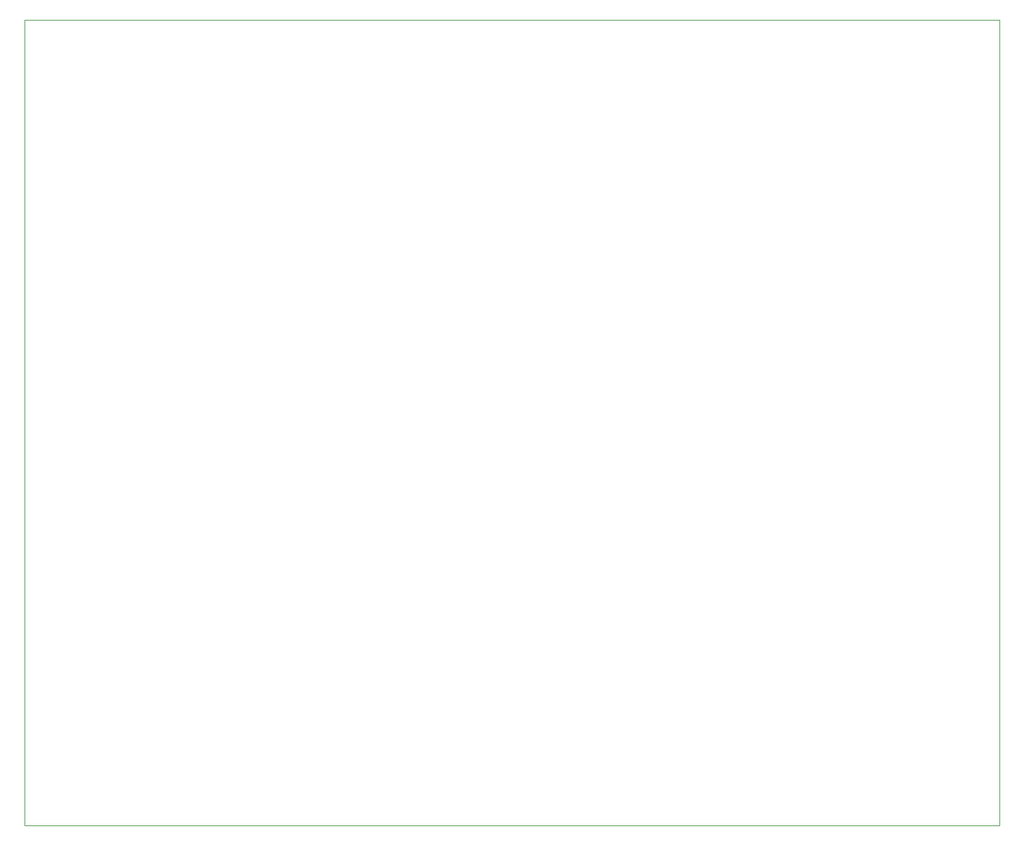
<source format=gbr>
G04 #@! TF.GenerationSoftware,KiCad,Pcbnew,(5.1.4)-1*
G04 #@! TF.CreationDate,2020-05-19T13:06:28-04:00*
G04 #@! TF.ProjectId,Crossover circuit,43726f73-736f-4766-9572-206369726375,rev?*
G04 #@! TF.SameCoordinates,Original*
G04 #@! TF.FileFunction,Profile,NP*
%FSLAX46Y46*%
G04 Gerber Fmt 4.6, Leading zero omitted, Abs format (unit mm)*
G04 Created by KiCad (PCBNEW (5.1.4)-1) date 2020-05-19 13:06:28*
%MOMM*%
%LPD*%
G04 APERTURE LIST*
%ADD10C,0.050000*%
G04 APERTURE END LIST*
D10*
X77470000Y-40640000D02*
X77470000Y-143510000D01*
X77470000Y-40640000D02*
X100330000Y-40640000D01*
X80010000Y-143510000D02*
X77470000Y-143510000D01*
X201930000Y-143510000D02*
X80010000Y-143510000D01*
X201930000Y-40640000D02*
X201930000Y-143510000D01*
X100330000Y-40640000D02*
X201930000Y-40640000D01*
M02*

</source>
